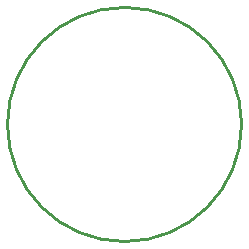
<source format=gko>
G04 Layer: BoardOutlineLayer*
G04 EasyEDA v6.5.40, 2024-06-15 17:03:23*
G04 e63031535b224d068feaf967c7116de5,10*
G04 Gerber Generator version 0.2*
G04 Scale: 100 percent, Rotated: No, Reflected: No *
G04 Dimensions in millimeters *
G04 leading zeros omitted , absolute positions ,4 integer and 5 decimal *
%FSLAX45Y45*%
%MOMM*%

%ADD10C,0.2540*%
D10*
G75*
G01
X7150837Y6159500D02*
G03X7150837Y6159500I-991337J0D01*

%LPD*%
M02*

</source>
